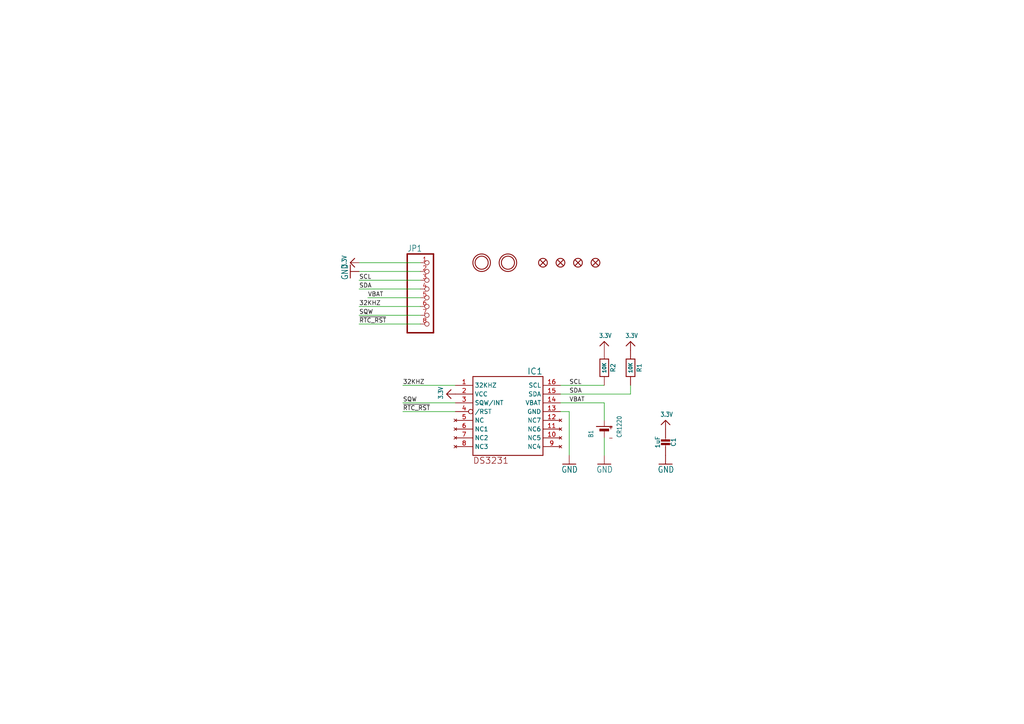
<source format=kicad_sch>
(kicad_sch (version 20230121) (generator eeschema)
  (paper "A4")
  (lib_symbols
    (symbol "working-eagle-import:3.3V" (power)
      (property "Value" "3.3V" (at -1.524 1.016 0))
      (symbol "3.3V_1_0"
        (polyline (pts (xy -1.27 -1.27) (xy 0 0)) (stroke (width 0.254)))
        (polyline (pts (xy 0 0) (xy 1.27 -1.27)) (stroke (width 0.254)))
        (pin power_in line (at 0 -2.54 90) (length 2.54) (name "3.3V") (number "1"))
      )
    )
    (symbol "working-eagle-import:BATTERYCR1220_SMT"
      (property "Reference" "B" (at -2.54 3.175 0))
      (symbol "BATTERYCR1220_SMT_1_0"
        (polyline (pts (xy -2.54 0) (xy -0.635 0)) (stroke (width 0.1524)))
        (polyline (pts (xy -0.508 -1.27) (xy -0.508 1.27)) (stroke (width 0.254)))
        (polyline (pts (xy -0.508 1.27) (xy -0.254 1.27)) (stroke (width 0.254)))
        (polyline (pts (xy -0.254 -1.27) (xy -0.508 -1.27)) (stroke (width 0.254)))
        (polyline (pts (xy -0.254 1.27) (xy -0.254 -1.27)) (stroke (width 0.254)))
        (polyline (pts (xy -0.254 1.27) (xy 0 1.27)) (stroke (width 0.254)))
        (polyline (pts (xy 0 -1.27) (xy -0.254 -1.27)) (stroke (width 0.254)))
        (polyline (pts (xy 0 1.27) (xy 0 -1.27)) (stroke (width 0.254)))
        (polyline (pts (xy 0.762 2.286) (xy 0.762 -2.286)) (stroke (width 0.254)))
        (polyline (pts (xy 0.889 0) (xy 2.54 0)) (stroke (width 0.1524)))
        (text "+" (at 1.27 -1.143 900) (effects (font (size 1.27 1.0795)) (justify right top)))
        (text "-" (at -1.778 -1.143 900) (effects (font (size 1.27 1.0795)) (justify right top)))
        (pin passive line (at 2.54 0 180) (length 0) (name "+") (number "+$1"))
        (pin passive line (at -2.54 0 0) (length 0) (name "-") (number "-"))
      )
    )
    (symbol "working-eagle-import:CAP_CERAMIC0805-NOOUTLINE"
      (property "Reference" "C" (at -2.29 1.25 90))
      (symbol "CAP_CERAMIC0805-NOOUTLINE_1_0"
        (rectangle (start -1.27 0.508) (end 1.27 1.016) (fill (type outline)))
        (rectangle (start -1.27 1.524) (end 1.27 2.032) (fill (type outline)))
        (polyline (pts (xy 0 0.762) (xy 0 0)) (stroke (width 0.1524)))
        (polyline (pts (xy 0 2.54) (xy 0 1.778)) (stroke (width 0.1524)))
        (pin passive line (at 0 5.08 270) (length 2.54) (name "1") (number "1"))
        (pin passive line (at 0 -2.54 90) (length 2.54) (name "2") (number "2"))
      )
    )
    (symbol "working-eagle-import:DS3231/SO"
      (property "Reference" "IC" (at 10.16 15.24 0))
      (symbol "DS3231/SO_1_0"
        (polyline (pts (xy -10.16 -10.16) (xy -10.16 12.7)) (stroke (width 0.254)))
        (polyline (pts (xy -10.16 12.7) (xy 10.16 12.7)) (stroke (width 0.254)))
        (polyline (pts (xy 10.16 -10.16) (xy -10.16 -10.16)) (stroke (width 0.254)))
        (polyline (pts (xy 10.16 12.7) (xy 10.16 -10.16)) (stroke (width 0.254)))
        (text "DS3231" (at -10.16 -12.7 0) (effects (font (size 1.778 1.778)) (justify left bottom)))
        (pin output line (at -15.24 10.16 0) (length 5.08) (name "32KHZ") (number "1"))
        (pin no_connect line (at 15.24 -5.08 180) (length 5.08) (name "NC5") (number "10"))
        (pin no_connect line (at 15.24 -2.54 180) (length 5.08) (name "NC6") (number "11"))
        (pin no_connect line (at 15.24 0 180) (length 5.08) (name "NC7") (number "12"))
        (pin power_in line (at 15.24 2.54 180) (length 5.08) (name "GND") (number "13"))
        (pin power_in line (at 15.24 5.08 180) (length 5.08) (name "VBAT") (number "14"))
        (pin bidirectional line (at 15.24 7.62 180) (length 5.08) (name "SDA") (number "15"))
        (pin bidirectional line (at 15.24 10.16 180) (length 5.08) (name "SCL") (number "16"))
        (pin power_in line (at -15.24 7.62 0) (length 5.08) (name "VCC") (number "2"))
        (pin output line (at -15.24 5.08 0) (length 5.08) (name "SQW/INT") (number "3"))
        (pin passive inverted (at -15.24 2.54 0) (length 5.08) (name "/RST") (number "4"))
        (pin no_connect line (at -15.24 0 0) (length 5.08) (name "NC") (number "5"))
        (pin no_connect line (at -15.24 -2.54 0) (length 5.08) (name "NC1") (number "6"))
        (pin no_connect line (at -15.24 -5.08 0) (length 5.08) (name "NC2") (number "7"))
        (pin no_connect line (at -15.24 -7.62 0) (length 5.08) (name "NC3") (number "8"))
        (pin no_connect line (at 15.24 -7.62 180) (length 5.08) (name "NC4") (number "9"))
      )
    )
    (symbol "working-eagle-import:FIDUCIAL{dblquote}{dblquote}"
      (symbol "FIDUCIAL{dblquote}{dblquote}_1_0"
        (polyline (pts (xy -0.762 0.762) (xy 0.762 -0.762)) (stroke (width 0.254)))
        (polyline (pts (xy 0.762 0.762) (xy -0.762 -0.762)) (stroke (width 0.254)))
        (circle (center 0 0) (radius 1.27) (stroke (width 0.254)))
      )
    )
    (symbol "working-eagle-import:GND" (power)
      (property "Value" "GND" (at -2.54 -2.54 0))
      (symbol "GND_1_0"
        (polyline (pts (xy -1.905 0) (xy 1.905 0)) (stroke (width 0.254)))
        (pin power_in line (at 0 2.54 270) (length 2.54) (name "GND") (number "1"))
      )
    )
    (symbol "working-eagle-import:HEADER-1X870MIL"
      (property "Reference" "JP" (at -6.35 13.335 0))
      (symbol "HEADER-1X870MIL_1_0"
        (polyline (pts (xy -6.35 -10.16) (xy 1.27 -10.16)) (stroke (width 0.4064)))
        (polyline (pts (xy -6.35 12.7) (xy -6.35 -10.16)) (stroke (width 0.4064)))
        (polyline (pts (xy 1.27 -10.16) (xy 1.27 12.7)) (stroke (width 0.4064)))
        (polyline (pts (xy 1.27 12.7) (xy -6.35 12.7)) (stroke (width 0.4064)))
        (pin passive inverted (at -2.54 10.16 0) (length 2.54) (name "1") (number "1"))
        (pin passive inverted (at -2.54 7.62 0) (length 2.54) (name "2") (number "2"))
        (pin passive inverted (at -2.54 5.08 0) (length 2.54) (name "3") (number "3"))
        (pin passive inverted (at -2.54 2.54 0) (length 2.54) (name "4") (number "4"))
        (pin passive inverted (at -2.54 0 0) (length 2.54) (name "5") (number "5"))
        (pin passive inverted (at -2.54 -2.54 0) (length 2.54) (name "6") (number "6"))
        (pin passive inverted (at -2.54 -5.08 0) (length 2.54) (name "7") (number "7"))
        (pin passive inverted (at -2.54 -7.62 0) (length 2.54) (name "8") (number "8"))
      )
    )
    (symbol "working-eagle-import:MOUNTINGHOLE2.5"
      (symbol "MOUNTINGHOLE2.5_1_0"
        (circle (center 0 0) (radius 1.905) (stroke (width 0.254)))
        (circle (center 0 0) (radius 2.54) (stroke (width 0.254)))
      )
    )
    (symbol "working-eagle-import:RESISTOR0805_NOOUTLINE"
      (property "Reference" "R" (at 0 2.54 0))
      (symbol "RESISTOR0805_NOOUTLINE_1_0"
        (polyline (pts (xy -2.54 -1.27) (xy -2.54 1.27)) (stroke (width 0.254)))
        (polyline (pts (xy -2.54 1.27) (xy 2.54 1.27)) (stroke (width 0.254)))
        (polyline (pts (xy 2.54 -1.27) (xy -2.54 -1.27)) (stroke (width 0.254)))
        (polyline (pts (xy 2.54 1.27) (xy 2.54 -1.27)) (stroke (width 0.254)))
        (pin passive line (at -5.08 0 0) (length 2.54) (name "1") (number "1"))
        (pin passive line (at 5.08 0 180) (length 2.54) (name "2") (number "2"))
      )
    )
  )
  (wire (pts (xy 162.56 111.76) (xy 175.26 111.76)) (stroke (width 0.1524)))
  (wire (pts (xy 116.84 111.76) (xy 132.08 111.76)) (stroke (width 0.1524)))
  (wire (pts (xy 104.14 83.82) (xy 121.92 83.82)) (stroke (width 0.1524)))
  (wire (pts (xy 121.92 91.44) (xy 104.14 91.44)) (stroke (width 0.1524)))
  (wire (pts (xy 162.56 116.84) (xy 175.26 116.84)) (stroke (width 0.1524)))
  (wire (pts (xy 121.92 86.36) (xy 106.68 86.36)) (stroke (width 0.1524)))
  (wire (pts (xy 175.26 127) (xy 175.26 132.08)) (stroke (width 0.1524)))
  (wire (pts (xy 104.14 88.9) (xy 121.92 88.9)) (stroke (width 0.1524)))
  (wire (pts (xy 162.56 114.3) (xy 182.88 114.3)) (stroke (width 0.1524)))
  (wire (pts (xy 175.26 116.84) (xy 175.26 121.92)) (stroke (width 0.1524)))
  (wire (pts (xy 116.84 119.38) (xy 132.08 119.38)) (stroke (width 0.1524)))
  (wire (pts (xy 104.14 78.74) (xy 121.92 78.74)) (stroke (width 0.1524)))
  (wire (pts (xy 116.84 116.84) (xy 132.08 116.84)) (stroke (width 0.1524)))
  (wire (pts (xy 121.92 93.98) (xy 104.14 93.98)) (stroke (width 0.1524)))
  (wire (pts (xy 121.92 81.28) (xy 104.14 81.28)) (stroke (width 0.1524)))
  (wire (pts (xy 182.88 114.3) (xy 182.88 111.76)) (stroke (width 0.1524)))
  (wire (pts (xy 162.56 119.38) (xy 165.1 119.38)) (stroke (width 0.1524)))
  (wire (pts (xy 121.92 76.2) (xy 104.14 76.2)) (stroke (width 0.1524)))
  (wire (pts (xy 165.1 119.38) (xy 165.1 132.08)) (stroke (width 0.1524)))
  (label "SDA" (at 104.14 83.82 0) (effects (font (size 1.2446 1.2446))))
  (label "SDA" (at 165.1 114.3 0) (effects (font (size 1.2446 1.2446))))
  (label "32KHZ" (at 116.84 111.76 0) (effects (font (size 1.2446 1.2446))))
  (label "SQW" (at 104.14 91.44 0) (effects (font (size 1.2446 1.2446))))
  (label "SQW" (at 116.84 116.84 0) (effects (font (size 1.2446 1.2446))))
  (label "VBAT" (at 165.1 116.84 0) (effects (font (size 1.2446 1.2446))))
  (label "~{RTC_RST}" (at 104.14 93.98 0) (effects (font (size 1.2446 1.2446))))
  (label "32KHZ" (at 104.14 88.9 0) (effects (font (size 1.2446 1.2446))))
  (label "SCL" (at 104.14 81.28 0) (effects (font (size 1.2446 1.2446))))
  (label "VBAT" (at 106.68 86.36 0) (effects (font (size 1.2446 1.2446))))
  (label "SCL" (at 165.1 111.76 0) (effects (font (size 1.2446 1.2446))))
  (label "~{RTC_RST}" (at 116.84 119.38 0) (effects (font (size 1.2446 1.2446))))
  (symbol (lib_id "working-eagle-import:HEADER-1X870MIL") (at 124.46 86.36 0) (unit 1)
    (property "Reference" "JP1" (at 118.11 73.025 0) (effects (font (size 1.778 1.5113)) (justify left bottom)))
    (property "Value" "HEADER-1X870MIL" (effects hide))
    (property "Footprint" "working:1X08_ROUND_70" (effects hide))
  )
  (symbol (lib_id "working-eagle-import:CAP_CERAMIC0805-NOOUTLINE") (at 193.04 127 180) (unit 1)
    (property "Reference" "C1" (at 195.33 128.25 90))
    (property "Value" "1uF" (at 190.74 128.25 90))
    (property "Footprint" "working:0805-NO" (effects hide))
  )
  (symbol (lib_id "working-eagle-import:MOUNTINGHOLE2.5") (at 147.32 76.2 0) (unit 1)
    (property "Reference" "U$7" (effects hide))
    (property "Value" "MOUNTINGHOLE2.5" (effects hide))
    (property "Footprint" "working:MOUNTINGHOLE_2.5_PLATED" (effects hide))
  )
  (symbol (lib_id "working-eagle-import:MOUNTINGHOLE2.5") (at 139.7 76.2 0) (unit 1)
    (property "Reference" "U$6" (effects hide))
    (property "Value" "MOUNTINGHOLE2.5" (effects hide))
    (property "Footprint" "working:MOUNTINGHOLE_2.5_PLATED" (effects hide))
  )
  (symbol (lib_id "working-eagle-import:3.3V") (at 101.6 76.2 90) (unit 1)
    (property "Reference" "#U$1" (effects hide))
    (property "Value" "3.3V" (at 100.584 77.724 0) (effects (font (size 1.27 1.0795)) (justify left bottom)))
  )
  (symbol (lib_id "working-eagle-import:FIDUCIAL{dblquote}{dblquote}") (at 157.48 76.2 0) (unit 1)
    (property "Reference" "FID2" (effects hide))
    (property "Value" "FIDUCIAL{dblquote}{dblquote}" (effects hide))
    (property "Footprint" "working:FIDUCIAL_1MM" (effects hide))
  )
  (symbol (lib_id "working-eagle-import:3.3V") (at 193.04 121.92 0) (unit 1)
    (property "Reference" "#U$5" (effects hide))
    (property "Value" "3.3V" (at 191.516 120.904 0) (effects (font (size 1.27 1.0795)) (justify left bottom)))
  )
  (symbol (lib_id "working-eagle-import:RESISTOR0805_NOOUTLINE") (at 175.26 106.68 270) (unit 1)
    (property "Reference" "R2" (at 177.8 106.68 0))
    (property "Value" "10K" (at 175.26 106.68 0) (effects (font (size 1.016 1.016) bold)))
    (property "Footprint" "working:0805-NO" (effects hide))
  )
  (symbol (lib_id "working-eagle-import:3.3V") (at 175.26 99.06 0) (unit 1)
    (property "Reference" "#U$3" (effects hide))
    (property "Value" "3.3V" (at 173.736 98.044 0) (effects (font (size 1.27 1.0795)) (justify left bottom)))
  )
  (symbol (lib_id "working-eagle-import:RESISTOR0805_NOOUTLINE") (at 182.88 106.68 270) (unit 1)
    (property "Reference" "R1" (at 185.42 106.68 0))
    (property "Value" "10K" (at 182.88 106.68 0) (effects (font (size 1.016 1.016) bold)))
    (property "Footprint" "working:0805-NO" (effects hide))
  )
  (symbol (lib_id "working-eagle-import:GND") (at 193.04 134.62 0) (mirror y) (unit 1)
    (property "Reference" "#GND2" (effects hide))
    (property "Value" "GND" (at 195.58 137.16 0) (effects (font (size 1.778 1.5113)) (justify left bottom)))
  )
  (symbol (lib_id "working-eagle-import:FIDUCIAL{dblquote}{dblquote}") (at 172.72 76.2 0) (unit 1)
    (property "Reference" "FID4" (effects hide))
    (property "Value" "FIDUCIAL{dblquote}{dblquote}" (effects hide))
    (property "Footprint" "working:FIDUCIAL_1MM" (effects hide))
  )
  (symbol (lib_id "working-eagle-import:GND") (at 175.26 134.62 0) (mirror y) (unit 1)
    (property "Reference" "#GND5" (effects hide))
    (property "Value" "GND" (at 177.8 137.16 0) (effects (font (size 1.778 1.5113)) (justify left bottom)))
  )
  (symbol (lib_id "working-eagle-import:GND") (at 165.1 134.62 0) (mirror y) (unit 1)
    (property "Reference" "#GND1" (effects hide))
    (property "Value" "GND" (at 167.64 137.16 0) (effects (font (size 1.778 1.5113)) (justify left bottom)))
  )
  (symbol (lib_id "working-eagle-import:FIDUCIAL{dblquote}{dblquote}") (at 162.56 76.2 0) (unit 1)
    (property "Reference" "FID3" (effects hide))
    (property "Value" "FIDUCIAL{dblquote}{dblquote}" (effects hide))
    (property "Footprint" "working:FIDUCIAL_1MM" (effects hide))
  )
  (symbol (lib_id "working-eagle-import:3.3V") (at 129.54 114.3 90) (unit 1)
    (property "Reference" "#U$2" (effects hide))
    (property "Value" "3.3V" (at 128.524 115.824 0) (effects (font (size 1.27 1.0795)) (justify left bottom)))
  )
  (symbol (lib_id "working-eagle-import:FIDUCIAL{dblquote}{dblquote}") (at 167.64 76.2 0) (unit 1)
    (property "Reference" "FID1" (effects hide))
    (property "Value" "FIDUCIAL{dblquote}{dblquote}" (effects hide))
    (property "Footprint" "working:FIDUCIAL_1MM" (effects hide))
  )
  (symbol (lib_id "working-eagle-import:GND") (at 101.6 78.74 270) (mirror x) (unit 1)
    (property "Reference" "#GND3" (effects hide))
    (property "Value" "GND" (at 99.06 81.28 0) (effects (font (size 1.778 1.5113)) (justify left bottom)))
  )
  (symbol (lib_id "working-eagle-import:BATTERYCR1220_SMT") (at 175.26 124.46 90) (unit 1)
    (property "Reference" "B1" (at 172.085 127 0) (effects (font (size 1.27 1.0795)) (justify left bottom)))
    (property "Value" "CR1220" (at 180.34 127 0) (effects (font (size 1.27 1.0795)) (justify left bottom)))
    (property "Footprint" "working:CR1220" (effects hide))
  )
  (symbol (lib_id "working-eagle-import:3.3V") (at 182.88 99.06 0) (unit 1)
    (property "Reference" "#U$4" (effects hide))
    (property "Value" "3.3V" (at 181.356 98.044 0) (effects (font (size 1.27 1.0795)) (justify left bottom)))
  )
  (symbol (lib_id "working-eagle-import:DS3231/SO") (at 147.32 121.92 0) (unit 1)
    (property "Reference" "IC1" (at 157.48 106.68 0) (effects (font (size 1.778 1.778)) (justify right top)))
    (property "Value" "DS3231/SO" (effects hide))
    (property "Footprint" "working:SO16W" (effects hide))
  )
)
</source>
